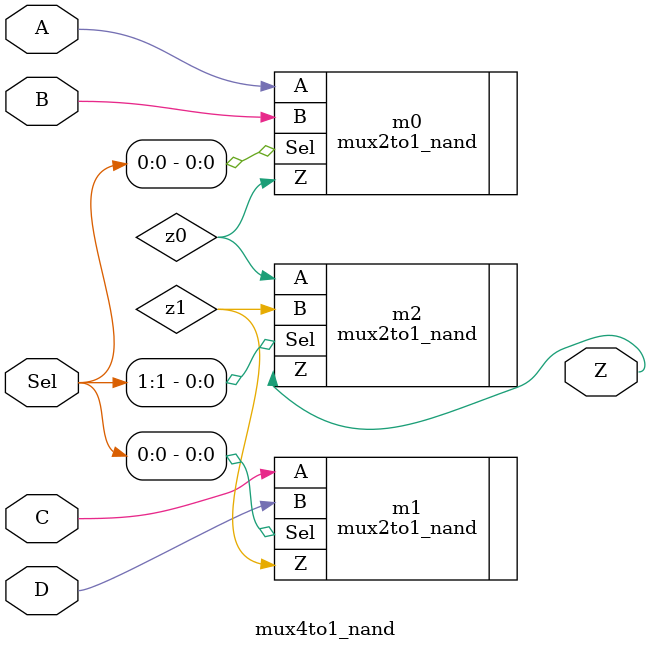
<source format=v>
`include "mux2to1_nand.v"
module mux4to1_nand (Z, Sel, A, B, C, D);  
// Input ports declaration
input [1:0] Sel;
input 		A;
input 		B;
input		C;
input 		D;
// Output ports declaration
output Z;
// Internal wires declaration
wire z0;
wire z1;
// Hierarchical structure
mux2to1_nand m0(.Z(z0), .Sel(Sel[0]), .A(A), .B(B));
mux2to1_nand m1(.Z(z1), .Sel(Sel[0]), .A(C), .B(D));
mux2to1_nand m2(.Z(Z), .Sel(Sel[1]), .A(z0), .B(z1));


endmodule

</source>
